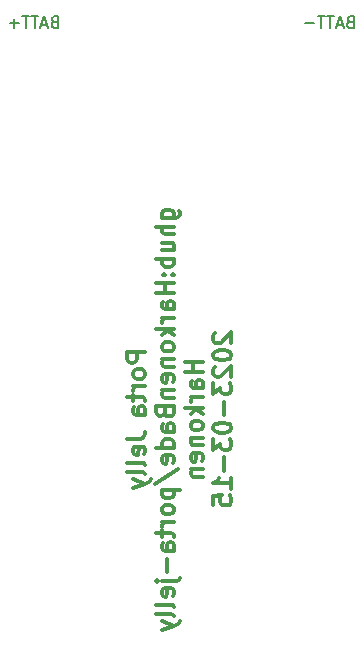
<source format=gbo>
%TF.GenerationSoftware,KiCad,Pcbnew,(7.0.0)*%
%TF.CreationDate,2023-03-15T20:35:50+00:00*%
%TF.ProjectId,porta-jelly,706f7274-612d-46a6-956c-6c792e6b6963,rev?*%
%TF.SameCoordinates,Original*%
%TF.FileFunction,Legend,Bot*%
%TF.FilePolarity,Positive*%
%FSLAX46Y46*%
G04 Gerber Fmt 4.6, Leading zero omitted, Abs format (unit mm)*
G04 Created by KiCad (PCBNEW (7.0.0)) date 2023-03-15 20:35:50*
%MOMM*%
%LPD*%
G01*
G04 APERTURE LIST*
%ADD10C,0.300000*%
%ADD11C,0.150000*%
G04 APERTURE END LIST*
D10*
X106906071Y-104335714D02*
X105406071Y-104335714D01*
X105406071Y-104335714D02*
X105406071Y-104907143D01*
X105406071Y-104907143D02*
X105477500Y-105050000D01*
X105477500Y-105050000D02*
X105548928Y-105121429D01*
X105548928Y-105121429D02*
X105691785Y-105192857D01*
X105691785Y-105192857D02*
X105906071Y-105192857D01*
X105906071Y-105192857D02*
X106048928Y-105121429D01*
X106048928Y-105121429D02*
X106120357Y-105050000D01*
X106120357Y-105050000D02*
X106191785Y-104907143D01*
X106191785Y-104907143D02*
X106191785Y-104335714D01*
X106906071Y-106050000D02*
X106834642Y-105907143D01*
X106834642Y-105907143D02*
X106763214Y-105835714D01*
X106763214Y-105835714D02*
X106620357Y-105764286D01*
X106620357Y-105764286D02*
X106191785Y-105764286D01*
X106191785Y-105764286D02*
X106048928Y-105835714D01*
X106048928Y-105835714D02*
X105977500Y-105907143D01*
X105977500Y-105907143D02*
X105906071Y-106050000D01*
X105906071Y-106050000D02*
X105906071Y-106264286D01*
X105906071Y-106264286D02*
X105977500Y-106407143D01*
X105977500Y-106407143D02*
X106048928Y-106478572D01*
X106048928Y-106478572D02*
X106191785Y-106550000D01*
X106191785Y-106550000D02*
X106620357Y-106550000D01*
X106620357Y-106550000D02*
X106763214Y-106478572D01*
X106763214Y-106478572D02*
X106834642Y-106407143D01*
X106834642Y-106407143D02*
X106906071Y-106264286D01*
X106906071Y-106264286D02*
X106906071Y-106050000D01*
X106906071Y-107192857D02*
X105906071Y-107192857D01*
X106191785Y-107192857D02*
X106048928Y-107264286D01*
X106048928Y-107264286D02*
X105977500Y-107335715D01*
X105977500Y-107335715D02*
X105906071Y-107478572D01*
X105906071Y-107478572D02*
X105906071Y-107621429D01*
X105906071Y-107907143D02*
X105906071Y-108478571D01*
X105406071Y-108121428D02*
X106691785Y-108121428D01*
X106691785Y-108121428D02*
X106834642Y-108192857D01*
X106834642Y-108192857D02*
X106906071Y-108335714D01*
X106906071Y-108335714D02*
X106906071Y-108478571D01*
X106906071Y-109621429D02*
X106120357Y-109621429D01*
X106120357Y-109621429D02*
X105977500Y-109550000D01*
X105977500Y-109550000D02*
X105906071Y-109407143D01*
X105906071Y-109407143D02*
X105906071Y-109121429D01*
X105906071Y-109121429D02*
X105977500Y-108978571D01*
X106834642Y-109621429D02*
X106906071Y-109478571D01*
X106906071Y-109478571D02*
X106906071Y-109121429D01*
X106906071Y-109121429D02*
X106834642Y-108978571D01*
X106834642Y-108978571D02*
X106691785Y-108907143D01*
X106691785Y-108907143D02*
X106548928Y-108907143D01*
X106548928Y-108907143D02*
X106406071Y-108978571D01*
X106406071Y-108978571D02*
X106334642Y-109121429D01*
X106334642Y-109121429D02*
X106334642Y-109478571D01*
X106334642Y-109478571D02*
X106263214Y-109621429D01*
X105406071Y-111664286D02*
X106477500Y-111664286D01*
X106477500Y-111664286D02*
X106691785Y-111592857D01*
X106691785Y-111592857D02*
X106834642Y-111450000D01*
X106834642Y-111450000D02*
X106906071Y-111235714D01*
X106906071Y-111235714D02*
X106906071Y-111092857D01*
X106834642Y-112950000D02*
X106906071Y-112807143D01*
X106906071Y-112807143D02*
X106906071Y-112521429D01*
X106906071Y-112521429D02*
X106834642Y-112378571D01*
X106834642Y-112378571D02*
X106691785Y-112307143D01*
X106691785Y-112307143D02*
X106120357Y-112307143D01*
X106120357Y-112307143D02*
X105977500Y-112378571D01*
X105977500Y-112378571D02*
X105906071Y-112521429D01*
X105906071Y-112521429D02*
X105906071Y-112807143D01*
X105906071Y-112807143D02*
X105977500Y-112950000D01*
X105977500Y-112950000D02*
X106120357Y-113021429D01*
X106120357Y-113021429D02*
X106263214Y-113021429D01*
X106263214Y-113021429D02*
X106406071Y-112307143D01*
X106906071Y-113878571D02*
X106834642Y-113735714D01*
X106834642Y-113735714D02*
X106691785Y-113664285D01*
X106691785Y-113664285D02*
X105406071Y-113664285D01*
X106906071Y-114664285D02*
X106834642Y-114521428D01*
X106834642Y-114521428D02*
X106691785Y-114449999D01*
X106691785Y-114449999D02*
X105406071Y-114449999D01*
X105906071Y-115092856D02*
X106906071Y-115449999D01*
X105906071Y-115807142D02*
X106906071Y-115449999D01*
X106906071Y-115449999D02*
X107263214Y-115307142D01*
X107263214Y-115307142D02*
X107334642Y-115235713D01*
X107334642Y-115235713D02*
X107406071Y-115092856D01*
X108336071Y-92964285D02*
X109550357Y-92964285D01*
X109550357Y-92964285D02*
X109693214Y-92892856D01*
X109693214Y-92892856D02*
X109764642Y-92821427D01*
X109764642Y-92821427D02*
X109836071Y-92678570D01*
X109836071Y-92678570D02*
X109836071Y-92464285D01*
X109836071Y-92464285D02*
X109764642Y-92321427D01*
X109264642Y-92964285D02*
X109336071Y-92821427D01*
X109336071Y-92821427D02*
X109336071Y-92535713D01*
X109336071Y-92535713D02*
X109264642Y-92392856D01*
X109264642Y-92392856D02*
X109193214Y-92321427D01*
X109193214Y-92321427D02*
X109050357Y-92249999D01*
X109050357Y-92249999D02*
X108621785Y-92249999D01*
X108621785Y-92249999D02*
X108478928Y-92321427D01*
X108478928Y-92321427D02*
X108407500Y-92392856D01*
X108407500Y-92392856D02*
X108336071Y-92535713D01*
X108336071Y-92535713D02*
X108336071Y-92821427D01*
X108336071Y-92821427D02*
X108407500Y-92964285D01*
X109336071Y-93678570D02*
X107836071Y-93678570D01*
X109336071Y-94321428D02*
X108550357Y-94321428D01*
X108550357Y-94321428D02*
X108407500Y-94249999D01*
X108407500Y-94249999D02*
X108336071Y-94107142D01*
X108336071Y-94107142D02*
X108336071Y-93892856D01*
X108336071Y-93892856D02*
X108407500Y-93749999D01*
X108407500Y-93749999D02*
X108478928Y-93678570D01*
X108336071Y-95678571D02*
X109336071Y-95678571D01*
X108336071Y-95035713D02*
X109121785Y-95035713D01*
X109121785Y-95035713D02*
X109264642Y-95107142D01*
X109264642Y-95107142D02*
X109336071Y-95249999D01*
X109336071Y-95249999D02*
X109336071Y-95464285D01*
X109336071Y-95464285D02*
X109264642Y-95607142D01*
X109264642Y-95607142D02*
X109193214Y-95678571D01*
X109336071Y-96392856D02*
X107836071Y-96392856D01*
X108407500Y-96392856D02*
X108336071Y-96535714D01*
X108336071Y-96535714D02*
X108336071Y-96821428D01*
X108336071Y-96821428D02*
X108407500Y-96964285D01*
X108407500Y-96964285D02*
X108478928Y-97035714D01*
X108478928Y-97035714D02*
X108621785Y-97107142D01*
X108621785Y-97107142D02*
X109050357Y-97107142D01*
X109050357Y-97107142D02*
X109193214Y-97035714D01*
X109193214Y-97035714D02*
X109264642Y-96964285D01*
X109264642Y-96964285D02*
X109336071Y-96821428D01*
X109336071Y-96821428D02*
X109336071Y-96535714D01*
X109336071Y-96535714D02*
X109264642Y-96392856D01*
X109193214Y-97749999D02*
X109264642Y-97821428D01*
X109264642Y-97821428D02*
X109336071Y-97749999D01*
X109336071Y-97749999D02*
X109264642Y-97678571D01*
X109264642Y-97678571D02*
X109193214Y-97749999D01*
X109193214Y-97749999D02*
X109336071Y-97749999D01*
X108407500Y-97749999D02*
X108478928Y-97821428D01*
X108478928Y-97821428D02*
X108550357Y-97749999D01*
X108550357Y-97749999D02*
X108478928Y-97678571D01*
X108478928Y-97678571D02*
X108407500Y-97749999D01*
X108407500Y-97749999D02*
X108550357Y-97749999D01*
X109336071Y-98464285D02*
X107836071Y-98464285D01*
X108550357Y-98464285D02*
X108550357Y-99321428D01*
X109336071Y-99321428D02*
X107836071Y-99321428D01*
X109336071Y-100678572D02*
X108550357Y-100678572D01*
X108550357Y-100678572D02*
X108407500Y-100607143D01*
X108407500Y-100607143D02*
X108336071Y-100464286D01*
X108336071Y-100464286D02*
X108336071Y-100178572D01*
X108336071Y-100178572D02*
X108407500Y-100035714D01*
X109264642Y-100678572D02*
X109336071Y-100535714D01*
X109336071Y-100535714D02*
X109336071Y-100178572D01*
X109336071Y-100178572D02*
X109264642Y-100035714D01*
X109264642Y-100035714D02*
X109121785Y-99964286D01*
X109121785Y-99964286D02*
X108978928Y-99964286D01*
X108978928Y-99964286D02*
X108836071Y-100035714D01*
X108836071Y-100035714D02*
X108764642Y-100178572D01*
X108764642Y-100178572D02*
X108764642Y-100535714D01*
X108764642Y-100535714D02*
X108693214Y-100678572D01*
X109336071Y-101392857D02*
X108336071Y-101392857D01*
X108621785Y-101392857D02*
X108478928Y-101464286D01*
X108478928Y-101464286D02*
X108407500Y-101535715D01*
X108407500Y-101535715D02*
X108336071Y-101678572D01*
X108336071Y-101678572D02*
X108336071Y-101821429D01*
X109336071Y-102321428D02*
X107836071Y-102321428D01*
X108764642Y-102464286D02*
X109336071Y-102892857D01*
X108336071Y-102892857D02*
X108907500Y-102321428D01*
X109336071Y-103750000D02*
X109264642Y-103607143D01*
X109264642Y-103607143D02*
X109193214Y-103535714D01*
X109193214Y-103535714D02*
X109050357Y-103464286D01*
X109050357Y-103464286D02*
X108621785Y-103464286D01*
X108621785Y-103464286D02*
X108478928Y-103535714D01*
X108478928Y-103535714D02*
X108407500Y-103607143D01*
X108407500Y-103607143D02*
X108336071Y-103750000D01*
X108336071Y-103750000D02*
X108336071Y-103964286D01*
X108336071Y-103964286D02*
X108407500Y-104107143D01*
X108407500Y-104107143D02*
X108478928Y-104178572D01*
X108478928Y-104178572D02*
X108621785Y-104250000D01*
X108621785Y-104250000D02*
X109050357Y-104250000D01*
X109050357Y-104250000D02*
X109193214Y-104178572D01*
X109193214Y-104178572D02*
X109264642Y-104107143D01*
X109264642Y-104107143D02*
X109336071Y-103964286D01*
X109336071Y-103964286D02*
X109336071Y-103750000D01*
X108336071Y-104892857D02*
X109336071Y-104892857D01*
X108478928Y-104892857D02*
X108407500Y-104964286D01*
X108407500Y-104964286D02*
X108336071Y-105107143D01*
X108336071Y-105107143D02*
X108336071Y-105321429D01*
X108336071Y-105321429D02*
X108407500Y-105464286D01*
X108407500Y-105464286D02*
X108550357Y-105535715D01*
X108550357Y-105535715D02*
X109336071Y-105535715D01*
X109264642Y-106821429D02*
X109336071Y-106678572D01*
X109336071Y-106678572D02*
X109336071Y-106392858D01*
X109336071Y-106392858D02*
X109264642Y-106250000D01*
X109264642Y-106250000D02*
X109121785Y-106178572D01*
X109121785Y-106178572D02*
X108550357Y-106178572D01*
X108550357Y-106178572D02*
X108407500Y-106250000D01*
X108407500Y-106250000D02*
X108336071Y-106392858D01*
X108336071Y-106392858D02*
X108336071Y-106678572D01*
X108336071Y-106678572D02*
X108407500Y-106821429D01*
X108407500Y-106821429D02*
X108550357Y-106892858D01*
X108550357Y-106892858D02*
X108693214Y-106892858D01*
X108693214Y-106892858D02*
X108836071Y-106178572D01*
X108336071Y-107535714D02*
X109336071Y-107535714D01*
X108478928Y-107535714D02*
X108407500Y-107607143D01*
X108407500Y-107607143D02*
X108336071Y-107750000D01*
X108336071Y-107750000D02*
X108336071Y-107964286D01*
X108336071Y-107964286D02*
X108407500Y-108107143D01*
X108407500Y-108107143D02*
X108550357Y-108178572D01*
X108550357Y-108178572D02*
X109336071Y-108178572D01*
X108550357Y-109392857D02*
X108621785Y-109607143D01*
X108621785Y-109607143D02*
X108693214Y-109678572D01*
X108693214Y-109678572D02*
X108836071Y-109750000D01*
X108836071Y-109750000D02*
X109050357Y-109750000D01*
X109050357Y-109750000D02*
X109193214Y-109678572D01*
X109193214Y-109678572D02*
X109264642Y-109607143D01*
X109264642Y-109607143D02*
X109336071Y-109464286D01*
X109336071Y-109464286D02*
X109336071Y-108892857D01*
X109336071Y-108892857D02*
X107836071Y-108892857D01*
X107836071Y-108892857D02*
X107836071Y-109392857D01*
X107836071Y-109392857D02*
X107907500Y-109535715D01*
X107907500Y-109535715D02*
X107978928Y-109607143D01*
X107978928Y-109607143D02*
X108121785Y-109678572D01*
X108121785Y-109678572D02*
X108264642Y-109678572D01*
X108264642Y-109678572D02*
X108407500Y-109607143D01*
X108407500Y-109607143D02*
X108478928Y-109535715D01*
X108478928Y-109535715D02*
X108550357Y-109392857D01*
X108550357Y-109392857D02*
X108550357Y-108892857D01*
X109336071Y-111035715D02*
X108550357Y-111035715D01*
X108550357Y-111035715D02*
X108407500Y-110964286D01*
X108407500Y-110964286D02*
X108336071Y-110821429D01*
X108336071Y-110821429D02*
X108336071Y-110535715D01*
X108336071Y-110535715D02*
X108407500Y-110392857D01*
X109264642Y-111035715D02*
X109336071Y-110892857D01*
X109336071Y-110892857D02*
X109336071Y-110535715D01*
X109336071Y-110535715D02*
X109264642Y-110392857D01*
X109264642Y-110392857D02*
X109121785Y-110321429D01*
X109121785Y-110321429D02*
X108978928Y-110321429D01*
X108978928Y-110321429D02*
X108836071Y-110392857D01*
X108836071Y-110392857D02*
X108764642Y-110535715D01*
X108764642Y-110535715D02*
X108764642Y-110892857D01*
X108764642Y-110892857D02*
X108693214Y-111035715D01*
X109336071Y-112392858D02*
X107836071Y-112392858D01*
X109264642Y-112392858D02*
X109336071Y-112250000D01*
X109336071Y-112250000D02*
X109336071Y-111964286D01*
X109336071Y-111964286D02*
X109264642Y-111821429D01*
X109264642Y-111821429D02*
X109193214Y-111750000D01*
X109193214Y-111750000D02*
X109050357Y-111678572D01*
X109050357Y-111678572D02*
X108621785Y-111678572D01*
X108621785Y-111678572D02*
X108478928Y-111750000D01*
X108478928Y-111750000D02*
X108407500Y-111821429D01*
X108407500Y-111821429D02*
X108336071Y-111964286D01*
X108336071Y-111964286D02*
X108336071Y-112250000D01*
X108336071Y-112250000D02*
X108407500Y-112392858D01*
X109264642Y-113678572D02*
X109336071Y-113535715D01*
X109336071Y-113535715D02*
X109336071Y-113250001D01*
X109336071Y-113250001D02*
X109264642Y-113107143D01*
X109264642Y-113107143D02*
X109121785Y-113035715D01*
X109121785Y-113035715D02*
X108550357Y-113035715D01*
X108550357Y-113035715D02*
X108407500Y-113107143D01*
X108407500Y-113107143D02*
X108336071Y-113250001D01*
X108336071Y-113250001D02*
X108336071Y-113535715D01*
X108336071Y-113535715D02*
X108407500Y-113678572D01*
X108407500Y-113678572D02*
X108550357Y-113750001D01*
X108550357Y-113750001D02*
X108693214Y-113750001D01*
X108693214Y-113750001D02*
X108836071Y-113035715D01*
X107764642Y-115464286D02*
X109693214Y-114178572D01*
X108336071Y-115964286D02*
X109836071Y-115964286D01*
X108407500Y-115964286D02*
X108336071Y-116107144D01*
X108336071Y-116107144D02*
X108336071Y-116392858D01*
X108336071Y-116392858D02*
X108407500Y-116535715D01*
X108407500Y-116535715D02*
X108478928Y-116607144D01*
X108478928Y-116607144D02*
X108621785Y-116678572D01*
X108621785Y-116678572D02*
X109050357Y-116678572D01*
X109050357Y-116678572D02*
X109193214Y-116607144D01*
X109193214Y-116607144D02*
X109264642Y-116535715D01*
X109264642Y-116535715D02*
X109336071Y-116392858D01*
X109336071Y-116392858D02*
X109336071Y-116107144D01*
X109336071Y-116107144D02*
X109264642Y-115964286D01*
X109336071Y-117535715D02*
X109264642Y-117392858D01*
X109264642Y-117392858D02*
X109193214Y-117321429D01*
X109193214Y-117321429D02*
X109050357Y-117250001D01*
X109050357Y-117250001D02*
X108621785Y-117250001D01*
X108621785Y-117250001D02*
X108478928Y-117321429D01*
X108478928Y-117321429D02*
X108407500Y-117392858D01*
X108407500Y-117392858D02*
X108336071Y-117535715D01*
X108336071Y-117535715D02*
X108336071Y-117750001D01*
X108336071Y-117750001D02*
X108407500Y-117892858D01*
X108407500Y-117892858D02*
X108478928Y-117964287D01*
X108478928Y-117964287D02*
X108621785Y-118035715D01*
X108621785Y-118035715D02*
X109050357Y-118035715D01*
X109050357Y-118035715D02*
X109193214Y-117964287D01*
X109193214Y-117964287D02*
X109264642Y-117892858D01*
X109264642Y-117892858D02*
X109336071Y-117750001D01*
X109336071Y-117750001D02*
X109336071Y-117535715D01*
X109336071Y-118678572D02*
X108336071Y-118678572D01*
X108621785Y-118678572D02*
X108478928Y-118750001D01*
X108478928Y-118750001D02*
X108407500Y-118821430D01*
X108407500Y-118821430D02*
X108336071Y-118964287D01*
X108336071Y-118964287D02*
X108336071Y-119107144D01*
X108336071Y-119392858D02*
X108336071Y-119964286D01*
X107836071Y-119607143D02*
X109121785Y-119607143D01*
X109121785Y-119607143D02*
X109264642Y-119678572D01*
X109264642Y-119678572D02*
X109336071Y-119821429D01*
X109336071Y-119821429D02*
X109336071Y-119964286D01*
X109336071Y-121107144D02*
X108550357Y-121107144D01*
X108550357Y-121107144D02*
X108407500Y-121035715D01*
X108407500Y-121035715D02*
X108336071Y-120892858D01*
X108336071Y-120892858D02*
X108336071Y-120607144D01*
X108336071Y-120607144D02*
X108407500Y-120464286D01*
X109264642Y-121107144D02*
X109336071Y-120964286D01*
X109336071Y-120964286D02*
X109336071Y-120607144D01*
X109336071Y-120607144D02*
X109264642Y-120464286D01*
X109264642Y-120464286D02*
X109121785Y-120392858D01*
X109121785Y-120392858D02*
X108978928Y-120392858D01*
X108978928Y-120392858D02*
X108836071Y-120464286D01*
X108836071Y-120464286D02*
X108764642Y-120607144D01*
X108764642Y-120607144D02*
X108764642Y-120964286D01*
X108764642Y-120964286D02*
X108693214Y-121107144D01*
X108764642Y-121821429D02*
X108764642Y-122964287D01*
X108336071Y-123678572D02*
X109621785Y-123678572D01*
X109621785Y-123678572D02*
X109764642Y-123607144D01*
X109764642Y-123607144D02*
X109836071Y-123464287D01*
X109836071Y-123464287D02*
X109836071Y-123392858D01*
X107836071Y-123678572D02*
X107907500Y-123607144D01*
X107907500Y-123607144D02*
X107978928Y-123678572D01*
X107978928Y-123678572D02*
X107907500Y-123750001D01*
X107907500Y-123750001D02*
X107836071Y-123678572D01*
X107836071Y-123678572D02*
X107978928Y-123678572D01*
X109264642Y-124964287D02*
X109336071Y-124821430D01*
X109336071Y-124821430D02*
X109336071Y-124535716D01*
X109336071Y-124535716D02*
X109264642Y-124392858D01*
X109264642Y-124392858D02*
X109121785Y-124321430D01*
X109121785Y-124321430D02*
X108550357Y-124321430D01*
X108550357Y-124321430D02*
X108407500Y-124392858D01*
X108407500Y-124392858D02*
X108336071Y-124535716D01*
X108336071Y-124535716D02*
X108336071Y-124821430D01*
X108336071Y-124821430D02*
X108407500Y-124964287D01*
X108407500Y-124964287D02*
X108550357Y-125035716D01*
X108550357Y-125035716D02*
X108693214Y-125035716D01*
X108693214Y-125035716D02*
X108836071Y-124321430D01*
X109336071Y-125892858D02*
X109264642Y-125750001D01*
X109264642Y-125750001D02*
X109121785Y-125678572D01*
X109121785Y-125678572D02*
X107836071Y-125678572D01*
X109336071Y-126678572D02*
X109264642Y-126535715D01*
X109264642Y-126535715D02*
X109121785Y-126464286D01*
X109121785Y-126464286D02*
X107836071Y-126464286D01*
X108336071Y-127107143D02*
X109336071Y-127464286D01*
X108336071Y-127821429D02*
X109336071Y-127464286D01*
X109336071Y-127464286D02*
X109693214Y-127321429D01*
X109693214Y-127321429D02*
X109764642Y-127250000D01*
X109764642Y-127250000D02*
X109836071Y-127107143D01*
X111766071Y-105142856D02*
X110266071Y-105142856D01*
X110980357Y-105142856D02*
X110980357Y-105999999D01*
X111766071Y-105999999D02*
X110266071Y-105999999D01*
X111766071Y-107357143D02*
X110980357Y-107357143D01*
X110980357Y-107357143D02*
X110837500Y-107285714D01*
X110837500Y-107285714D02*
X110766071Y-107142857D01*
X110766071Y-107142857D02*
X110766071Y-106857143D01*
X110766071Y-106857143D02*
X110837500Y-106714285D01*
X111694642Y-107357143D02*
X111766071Y-107214285D01*
X111766071Y-107214285D02*
X111766071Y-106857143D01*
X111766071Y-106857143D02*
X111694642Y-106714285D01*
X111694642Y-106714285D02*
X111551785Y-106642857D01*
X111551785Y-106642857D02*
X111408928Y-106642857D01*
X111408928Y-106642857D02*
X111266071Y-106714285D01*
X111266071Y-106714285D02*
X111194642Y-106857143D01*
X111194642Y-106857143D02*
X111194642Y-107214285D01*
X111194642Y-107214285D02*
X111123214Y-107357143D01*
X111766071Y-108071428D02*
X110766071Y-108071428D01*
X111051785Y-108071428D02*
X110908928Y-108142857D01*
X110908928Y-108142857D02*
X110837500Y-108214286D01*
X110837500Y-108214286D02*
X110766071Y-108357143D01*
X110766071Y-108357143D02*
X110766071Y-108500000D01*
X111766071Y-108999999D02*
X110266071Y-108999999D01*
X111194642Y-109142857D02*
X111766071Y-109571428D01*
X110766071Y-109571428D02*
X111337500Y-108999999D01*
X111766071Y-110428571D02*
X111694642Y-110285714D01*
X111694642Y-110285714D02*
X111623214Y-110214285D01*
X111623214Y-110214285D02*
X111480357Y-110142857D01*
X111480357Y-110142857D02*
X111051785Y-110142857D01*
X111051785Y-110142857D02*
X110908928Y-110214285D01*
X110908928Y-110214285D02*
X110837500Y-110285714D01*
X110837500Y-110285714D02*
X110766071Y-110428571D01*
X110766071Y-110428571D02*
X110766071Y-110642857D01*
X110766071Y-110642857D02*
X110837500Y-110785714D01*
X110837500Y-110785714D02*
X110908928Y-110857143D01*
X110908928Y-110857143D02*
X111051785Y-110928571D01*
X111051785Y-110928571D02*
X111480357Y-110928571D01*
X111480357Y-110928571D02*
X111623214Y-110857143D01*
X111623214Y-110857143D02*
X111694642Y-110785714D01*
X111694642Y-110785714D02*
X111766071Y-110642857D01*
X111766071Y-110642857D02*
X111766071Y-110428571D01*
X110766071Y-111571428D02*
X111766071Y-111571428D01*
X110908928Y-111571428D02*
X110837500Y-111642857D01*
X110837500Y-111642857D02*
X110766071Y-111785714D01*
X110766071Y-111785714D02*
X110766071Y-112000000D01*
X110766071Y-112000000D02*
X110837500Y-112142857D01*
X110837500Y-112142857D02*
X110980357Y-112214286D01*
X110980357Y-112214286D02*
X111766071Y-112214286D01*
X111694642Y-113500000D02*
X111766071Y-113357143D01*
X111766071Y-113357143D02*
X111766071Y-113071429D01*
X111766071Y-113071429D02*
X111694642Y-112928571D01*
X111694642Y-112928571D02*
X111551785Y-112857143D01*
X111551785Y-112857143D02*
X110980357Y-112857143D01*
X110980357Y-112857143D02*
X110837500Y-112928571D01*
X110837500Y-112928571D02*
X110766071Y-113071429D01*
X110766071Y-113071429D02*
X110766071Y-113357143D01*
X110766071Y-113357143D02*
X110837500Y-113500000D01*
X110837500Y-113500000D02*
X110980357Y-113571429D01*
X110980357Y-113571429D02*
X111123214Y-113571429D01*
X111123214Y-113571429D02*
X111266071Y-112857143D01*
X110766071Y-114214285D02*
X111766071Y-114214285D01*
X110908928Y-114214285D02*
X110837500Y-114285714D01*
X110837500Y-114285714D02*
X110766071Y-114428571D01*
X110766071Y-114428571D02*
X110766071Y-114642857D01*
X110766071Y-114642857D02*
X110837500Y-114785714D01*
X110837500Y-114785714D02*
X110980357Y-114857143D01*
X110980357Y-114857143D02*
X111766071Y-114857143D01*
X112838928Y-102714287D02*
X112767500Y-102785715D01*
X112767500Y-102785715D02*
X112696071Y-102928573D01*
X112696071Y-102928573D02*
X112696071Y-103285715D01*
X112696071Y-103285715D02*
X112767500Y-103428573D01*
X112767500Y-103428573D02*
X112838928Y-103500001D01*
X112838928Y-103500001D02*
X112981785Y-103571430D01*
X112981785Y-103571430D02*
X113124642Y-103571430D01*
X113124642Y-103571430D02*
X113338928Y-103500001D01*
X113338928Y-103500001D02*
X114196071Y-102642858D01*
X114196071Y-102642858D02*
X114196071Y-103571430D01*
X112696071Y-104500001D02*
X112696071Y-104642858D01*
X112696071Y-104642858D02*
X112767500Y-104785715D01*
X112767500Y-104785715D02*
X112838928Y-104857144D01*
X112838928Y-104857144D02*
X112981785Y-104928572D01*
X112981785Y-104928572D02*
X113267500Y-105000001D01*
X113267500Y-105000001D02*
X113624642Y-105000001D01*
X113624642Y-105000001D02*
X113910357Y-104928572D01*
X113910357Y-104928572D02*
X114053214Y-104857144D01*
X114053214Y-104857144D02*
X114124642Y-104785715D01*
X114124642Y-104785715D02*
X114196071Y-104642858D01*
X114196071Y-104642858D02*
X114196071Y-104500001D01*
X114196071Y-104500001D02*
X114124642Y-104357144D01*
X114124642Y-104357144D02*
X114053214Y-104285715D01*
X114053214Y-104285715D02*
X113910357Y-104214286D01*
X113910357Y-104214286D02*
X113624642Y-104142858D01*
X113624642Y-104142858D02*
X113267500Y-104142858D01*
X113267500Y-104142858D02*
X112981785Y-104214286D01*
X112981785Y-104214286D02*
X112838928Y-104285715D01*
X112838928Y-104285715D02*
X112767500Y-104357144D01*
X112767500Y-104357144D02*
X112696071Y-104500001D01*
X112838928Y-105571429D02*
X112767500Y-105642857D01*
X112767500Y-105642857D02*
X112696071Y-105785715D01*
X112696071Y-105785715D02*
X112696071Y-106142857D01*
X112696071Y-106142857D02*
X112767500Y-106285715D01*
X112767500Y-106285715D02*
X112838928Y-106357143D01*
X112838928Y-106357143D02*
X112981785Y-106428572D01*
X112981785Y-106428572D02*
X113124642Y-106428572D01*
X113124642Y-106428572D02*
X113338928Y-106357143D01*
X113338928Y-106357143D02*
X114196071Y-105500000D01*
X114196071Y-105500000D02*
X114196071Y-106428572D01*
X112696071Y-106928571D02*
X112696071Y-107857143D01*
X112696071Y-107857143D02*
X113267500Y-107357143D01*
X113267500Y-107357143D02*
X113267500Y-107571428D01*
X113267500Y-107571428D02*
X113338928Y-107714286D01*
X113338928Y-107714286D02*
X113410357Y-107785714D01*
X113410357Y-107785714D02*
X113553214Y-107857143D01*
X113553214Y-107857143D02*
X113910357Y-107857143D01*
X113910357Y-107857143D02*
X114053214Y-107785714D01*
X114053214Y-107785714D02*
X114124642Y-107714286D01*
X114124642Y-107714286D02*
X114196071Y-107571428D01*
X114196071Y-107571428D02*
X114196071Y-107142857D01*
X114196071Y-107142857D02*
X114124642Y-107000000D01*
X114124642Y-107000000D02*
X114053214Y-106928571D01*
X113624642Y-108499999D02*
X113624642Y-109642857D01*
X112696071Y-110642857D02*
X112696071Y-110785714D01*
X112696071Y-110785714D02*
X112767500Y-110928571D01*
X112767500Y-110928571D02*
X112838928Y-111000000D01*
X112838928Y-111000000D02*
X112981785Y-111071428D01*
X112981785Y-111071428D02*
X113267500Y-111142857D01*
X113267500Y-111142857D02*
X113624642Y-111142857D01*
X113624642Y-111142857D02*
X113910357Y-111071428D01*
X113910357Y-111071428D02*
X114053214Y-111000000D01*
X114053214Y-111000000D02*
X114124642Y-110928571D01*
X114124642Y-110928571D02*
X114196071Y-110785714D01*
X114196071Y-110785714D02*
X114196071Y-110642857D01*
X114196071Y-110642857D02*
X114124642Y-110500000D01*
X114124642Y-110500000D02*
X114053214Y-110428571D01*
X114053214Y-110428571D02*
X113910357Y-110357142D01*
X113910357Y-110357142D02*
X113624642Y-110285714D01*
X113624642Y-110285714D02*
X113267500Y-110285714D01*
X113267500Y-110285714D02*
X112981785Y-110357142D01*
X112981785Y-110357142D02*
X112838928Y-110428571D01*
X112838928Y-110428571D02*
X112767500Y-110500000D01*
X112767500Y-110500000D02*
X112696071Y-110642857D01*
X112696071Y-111642856D02*
X112696071Y-112571428D01*
X112696071Y-112571428D02*
X113267500Y-112071428D01*
X113267500Y-112071428D02*
X113267500Y-112285713D01*
X113267500Y-112285713D02*
X113338928Y-112428571D01*
X113338928Y-112428571D02*
X113410357Y-112499999D01*
X113410357Y-112499999D02*
X113553214Y-112571428D01*
X113553214Y-112571428D02*
X113910357Y-112571428D01*
X113910357Y-112571428D02*
X114053214Y-112499999D01*
X114053214Y-112499999D02*
X114124642Y-112428571D01*
X114124642Y-112428571D02*
X114196071Y-112285713D01*
X114196071Y-112285713D02*
X114196071Y-111857142D01*
X114196071Y-111857142D02*
X114124642Y-111714285D01*
X114124642Y-111714285D02*
X114053214Y-111642856D01*
X113624642Y-113214284D02*
X113624642Y-114357142D01*
X114196071Y-115857142D02*
X114196071Y-114999999D01*
X114196071Y-115428570D02*
X112696071Y-115428570D01*
X112696071Y-115428570D02*
X112910357Y-115285713D01*
X112910357Y-115285713D02*
X113053214Y-115142856D01*
X113053214Y-115142856D02*
X113124642Y-114999999D01*
X112696071Y-117214284D02*
X112696071Y-116499998D01*
X112696071Y-116499998D02*
X113410357Y-116428570D01*
X113410357Y-116428570D02*
X113338928Y-116499998D01*
X113338928Y-116499998D02*
X113267500Y-116642856D01*
X113267500Y-116642856D02*
X113267500Y-116999998D01*
X113267500Y-116999998D02*
X113338928Y-117142856D01*
X113338928Y-117142856D02*
X113410357Y-117214284D01*
X113410357Y-117214284D02*
X113553214Y-117285713D01*
X113553214Y-117285713D02*
X113910357Y-117285713D01*
X113910357Y-117285713D02*
X114053214Y-117214284D01*
X114053214Y-117214284D02*
X114124642Y-117142856D01*
X114124642Y-117142856D02*
X114196071Y-116999998D01*
X114196071Y-116999998D02*
X114196071Y-116642856D01*
X114196071Y-116642856D02*
X114124642Y-116499998D01*
X114124642Y-116499998D02*
X114053214Y-116428570D01*
D11*
%TO.C,J11*%
X124238095Y-76343571D02*
X124095238Y-76391190D01*
X124095238Y-76391190D02*
X124047619Y-76438809D01*
X124047619Y-76438809D02*
X124000000Y-76534047D01*
X124000000Y-76534047D02*
X124000000Y-76676904D01*
X124000000Y-76676904D02*
X124047619Y-76772142D01*
X124047619Y-76772142D02*
X124095238Y-76819761D01*
X124095238Y-76819761D02*
X124190476Y-76867380D01*
X124190476Y-76867380D02*
X124571428Y-76867380D01*
X124571428Y-76867380D02*
X124571428Y-75867380D01*
X124571428Y-75867380D02*
X124238095Y-75867380D01*
X124238095Y-75867380D02*
X124142857Y-75915000D01*
X124142857Y-75915000D02*
X124095238Y-75962619D01*
X124095238Y-75962619D02*
X124047619Y-76057857D01*
X124047619Y-76057857D02*
X124047619Y-76153095D01*
X124047619Y-76153095D02*
X124095238Y-76248333D01*
X124095238Y-76248333D02*
X124142857Y-76295952D01*
X124142857Y-76295952D02*
X124238095Y-76343571D01*
X124238095Y-76343571D02*
X124571428Y-76343571D01*
X123619047Y-76581666D02*
X123142857Y-76581666D01*
X123714285Y-76867380D02*
X123380952Y-75867380D01*
X123380952Y-75867380D02*
X123047619Y-76867380D01*
X122857142Y-75867380D02*
X122285714Y-75867380D01*
X122571428Y-76867380D02*
X122571428Y-75867380D01*
X122095237Y-75867380D02*
X121523809Y-75867380D01*
X121809523Y-76867380D02*
X121809523Y-75867380D01*
X121190475Y-76486428D02*
X120428571Y-76486428D01*
%TO.C,J2*%
X99238095Y-76343571D02*
X99095238Y-76391190D01*
X99095238Y-76391190D02*
X99047619Y-76438809D01*
X99047619Y-76438809D02*
X99000000Y-76534047D01*
X99000000Y-76534047D02*
X99000000Y-76676904D01*
X99000000Y-76676904D02*
X99047619Y-76772142D01*
X99047619Y-76772142D02*
X99095238Y-76819761D01*
X99095238Y-76819761D02*
X99190476Y-76867380D01*
X99190476Y-76867380D02*
X99571428Y-76867380D01*
X99571428Y-76867380D02*
X99571428Y-75867380D01*
X99571428Y-75867380D02*
X99238095Y-75867380D01*
X99238095Y-75867380D02*
X99142857Y-75915000D01*
X99142857Y-75915000D02*
X99095238Y-75962619D01*
X99095238Y-75962619D02*
X99047619Y-76057857D01*
X99047619Y-76057857D02*
X99047619Y-76153095D01*
X99047619Y-76153095D02*
X99095238Y-76248333D01*
X99095238Y-76248333D02*
X99142857Y-76295952D01*
X99142857Y-76295952D02*
X99238095Y-76343571D01*
X99238095Y-76343571D02*
X99571428Y-76343571D01*
X98619047Y-76581666D02*
X98142857Y-76581666D01*
X98714285Y-76867380D02*
X98380952Y-75867380D01*
X98380952Y-75867380D02*
X98047619Y-76867380D01*
X97857142Y-75867380D02*
X97285714Y-75867380D01*
X97571428Y-76867380D02*
X97571428Y-75867380D01*
X97095237Y-75867380D02*
X96523809Y-75867380D01*
X96809523Y-76867380D02*
X96809523Y-75867380D01*
X96190475Y-76486428D02*
X95428571Y-76486428D01*
X95809523Y-76867380D02*
X95809523Y-76105476D01*
%TD*%
M02*

</source>
